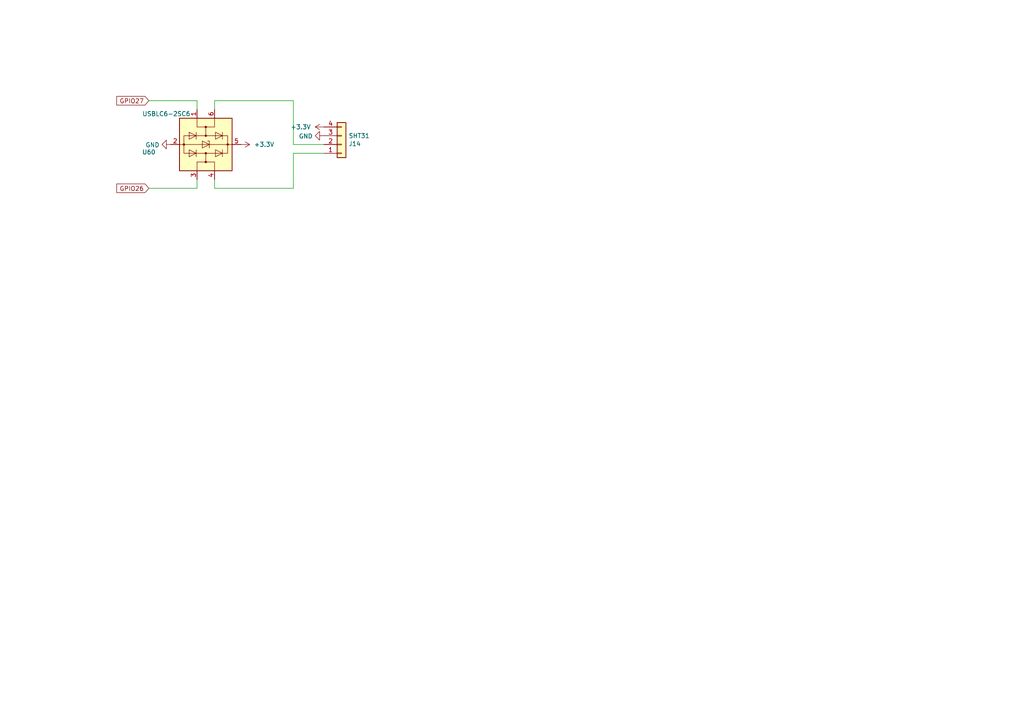
<source format=kicad_sch>
(kicad_sch (version 20230121) (generator eeschema)
  (paper "A4")
  (title_block (date "2024-03-28") (rev "V00.01"))
  (lib_symbols
    (symbol "Connector_Generic:Conn_01x04" (pin_names (offset 1.016) hide)
      (property "Reference" "J" (at 0 5.08 0))
      (property "Value" "Conn_01x04" (at 0 -7.62 0))
      (symbol "Conn_01x04_1_1"
        (rectangle (start -1.27 -4.953) (end 0 -5.207) (stroke (width 0.1524)))
        (rectangle (start -1.27 -2.413) (end 0 -2.667) (stroke (width 0.1524)))
        (rectangle (start -1.27 0.127) (end 0 -0.127) (stroke (width 0.1524)))
        (rectangle (start -1.27 2.667) (end 0 2.413) (stroke (width 0.1524)))
        (rectangle (start -1.27 3.81) (end 1.27 -6.35) (stroke (width 0.254)) (fill (type background)))
        (pin passive line (at -5.08 2.54 0) (length 3.81) (name "Pin_1") (number "1"))
        (pin passive line (at -5.08 0 0) (length 3.81) (name "Pin_2") (number "2"))
        (pin passive line (at -5.08 -2.54 0) (length 3.81) (name "Pin_3") (number "3"))
        (pin passive line (at -5.08 -5.08 0) (length 3.81) (name "Pin_4") (number "4"))
      )
    )
    (symbol "Power_Protection:USBLC6-2SC6" (pin_names hide)
      (property "Reference" "U" (at 2.54 8.89 0))
      (property "Value" "USBLC6-2SC6" (at 2.54 -8.89 0))
      (symbol "USBLC6-2SC6_0_1"
        (rectangle (start -7.62 -7.62) (end 7.62 7.62) (stroke (width 0.254)) (fill (type background)))
        (circle (center -5.08 0) (radius 0.254) (fill (type outline)))
        (circle (center -2.54 0) (radius 0.254) (fill (type outline)))
        (rectangle (start -2.54 6.35) (end 2.54 -6.35))
        (circle (center 0 -6.35) (radius 0.254) (fill (type outline)))
        (polyline (pts (xy -5.08 -2.54) (xy -7.62 -2.54)))
        (polyline (pts (xy -5.08 0) (xy -5.08 -2.54)))
        (polyline (pts (xy -5.08 2.54) (xy -7.62 2.54)))
        (polyline (pts (xy -1.524 -2.794) (xy -3.556 -2.794)))
        (polyline (pts (xy -1.524 4.826) (xy -3.556 4.826)))
        (polyline (pts (xy 0 -7.62) (xy 0 -6.35)))
        (polyline (pts (xy 0 -6.35) (xy 0 1.27)))
        (polyline (pts (xy 0 1.27) (xy 0 6.35)))
        (polyline (pts (xy 0 6.35) (xy 0 7.62)))
        (polyline (pts (xy 1.524 -2.794) (xy 3.556 -2.794)))
        (polyline (pts (xy 1.524 4.826) (xy 3.556 4.826)))
        (polyline (pts (xy 5.08 -2.54) (xy 7.62 -2.54)))
        (polyline (pts (xy 5.08 0) (xy 5.08 -2.54)))
        (polyline (pts (xy 5.08 2.54) (xy 7.62 2.54)))
        (polyline (pts (xy -2.54 0) (xy -5.08 0) (xy -5.08 2.54)))
        (polyline (pts (xy 2.54 0) (xy 5.08 0) (xy 5.08 2.54)))
        (polyline (pts (xy -3.556 -4.826) (xy -1.524 -4.826) (xy -2.54 -2.794) (xy -3.556 -4.826)))
        (polyline (pts (xy -3.556 2.794) (xy -1.524 2.794) (xy -2.54 4.826) (xy -3.556 2.794)))
        (polyline (pts (xy -1.016 -1.016) (xy 1.016 -1.016) (xy 0 1.016) (xy -1.016 -1.016)))
        (polyline (pts (xy 1.016 1.016) (xy 0.762 1.016) (xy -1.016 1.016) (xy -1.016 0.508)))
        (polyline (pts (xy 3.556 -4.826) (xy 1.524 -4.826) (xy 2.54 -2.794) (xy 3.556 -4.826)))
        (polyline (pts (xy 3.556 2.794) (xy 1.524 2.794) (xy 2.54 4.826) (xy 3.556 2.794)))
        (circle (center 0 6.35) (radius 0.254) (fill (type outline)))
        (circle (center 2.54 0) (radius 0.254) (fill (type outline)))
        (circle (center 5.08 0) (radius 0.254) (fill (type outline)))
      )
      (symbol "USBLC6-2SC6_1_1"
        (pin passive line (at -10.16 -2.54 0) (length 2.54) (name "I/O1") (number "1"))
        (pin passive line (at 0 -10.16 90) (length 2.54) (name "GND") (number "2"))
        (pin passive line (at 10.16 -2.54 180) (length 2.54) (name "I/O2") (number "3"))
        (pin passive line (at 10.16 2.54 180) (length 2.54) (name "I/O2") (number "4"))
        (pin passive line (at 0 10.16 270) (length 2.54) (name "VBUS") (number "5"))
        (pin passive line (at -10.16 2.54 0) (length 2.54) (name "I/O1") (number "6"))
      )
    )
    (symbol "power:+3.3V" (power) (pin_names (offset 0))
      (property "Value" "+3.3V" (at 0 3.556 0))
      (symbol "+3.3V_0_1"
        (polyline (pts (xy -0.762 1.27) (xy 0 2.54)))
        (polyline (pts (xy 0 0) (xy 0 2.54)))
        (polyline (pts (xy 0 2.54) (xy 0.762 1.27)))
      )
      (symbol "+3.3V_1_1"
        (pin power_in line (at 0 0 90) (length 0) hide (name "+3.3V") (number "1"))
      )
    )
    (symbol "power:GND" (power) (pin_names (offset 0))
      (property "Value" "GND" (at 0 -3.81 0))
      (symbol "GND_0_1"
        (polyline (pts (xy 0 0) (xy 0 -1.27) (xy 1.27 -1.27) (xy 0 -2.54) (xy -1.27 -1.27) (xy 0 -1.27)))
      )
      (symbol "GND_1_1"
        (pin power_in line (at 0 0 270) (length 0) hide (name "GND") (number "1"))
      )
    )
  )
  (wire (pts (xy 85.09 44.45) (xy 85.09 54.61)))
  (wire (pts (xy 57.15 29.21) (xy 57.15 31.75)))
  (wire (pts (xy 62.23 29.21) (xy 62.23 31.75)))
  (wire (pts (xy 85.09 29.21) (xy 85.09 41.91)))
  (wire (pts (xy 62.23 52.07) (xy 62.23 54.61)))
  (wire (pts (xy 43.18 29.21) (xy 57.15 29.21)))
  (wire (pts (xy 57.15 52.07) (xy 57.15 54.61)))
  (wire (pts (xy 62.23 29.21) (xy 85.09 29.21)))
  (wire (pts (xy 43.18 54.61) (xy 57.15 54.61)))
  (wire (pts (xy 85.09 44.45) (xy 93.98 44.45)))
  (wire (pts (xy 85.09 41.91) (xy 93.98 41.91)))
  (wire (pts (xy 62.23 54.61) (xy 85.09 54.61)))
  (global_label "GPIO26" (shape input) (at 43.18 54.61 180) (property "Intersheetrefs" "${INTERSHEET_REFS}" (effects hide)))
  (global_label "GPIO27" (shape input) (at 43.18 29.21 180) (property "Intersheetrefs" "${INTERSHEET_REFS}" (effects hide)))
  (symbol (lib_id "Power_Protection:USBLC6-2SC6") (at 59.69 41.91 270) (unit 1)
    (property "Reference" "U60" (at 43.18 44.1259 90))
    (property "Value" "USBLC6-2SC6" (at 48.26 33.02 90))
    (property "Footprint" "Package_TO_SOT_SMD:SOT-23-6" (effects hide))
    (property "Datasheet" "https://www.st.com/resource/en/datasheet/usblc6-2.pdf" (effects hide))
    (property "LCSC" "C2827654" (effects hide))
    (property "JLCPCB Rotation Offset" "90" (effects hide))
  )
  (symbol (lib_id "Connector_Generic:Conn_01x04") (at 99.06 41.91 0) (mirror x) (unit 1)
    (property "Reference" "J14" (at 101.092 41.7068 0) (effects (justify left)))
    (property "Value" "SHT31" (at 101.092 39.3954 0) (effects (justify left)))
    (property "Footprint" "DomsKiCADLib:Cixi_Kefa_KF128-2.54-4p" (effects hide))
    (property "LCSC" "C474922" (effects hide))
    (instances (project "TAS-UP1-Touch_BE" (path "" (reference "J14") (unit 1))) (project "LED-UP1-4x24V" (path "" (reference "J60") (unit 1))))
  )
  (symbol (lib_id "power:+3.3V") (at 93.98 36.83 90) (unit 1)
    (property "Reference" "#PWR03" (effects hide))
    (property "Value" "+3.3V" (at 90.17 36.83 90) (effects (justify left)))
    (instances (project "LED-UP1-4x24V" (path "" (reference "#PWR03") (unit 1)) (path "" (reference "#PWR061") (unit 1))))
  )
  (symbol (lib_id "power:GND") (at 93.98 39.37 270) (unit 1)
    (property "Reference" "#PWR0106" (effects hide))
    (property "Value" "GND" (at 90.7288 39.497 90) (effects (justify right)))
    (instances (project "TAS-UP1-Touch_BE" (path "" (reference "#PWR0106") (unit 1))) (project "LED-UP1-4x24V" (path "" (reference "#PWR062") (unit 1))))
  )
  (symbol (lib_id "power:GND") (at 49.53 41.91 270) (unit 1)
    (property "Reference" "#PWR0107" (effects hide))
    (property "Value" "GND" (at 46.2788 42.037 90) (effects (justify right)))
    (instances (project "TAS-UP1-Touch_BE" (path "" (reference "#PWR0107") (unit 1))) (project "LED-UP1-4x24V" (path "" (reference "#PWR064") (unit 1))))
  )
  (symbol (lib_id "power:+3.3V") (at 69.85 41.91 270) (unit 1)
    (property "Reference" "#PWR03" (effects hide))
    (property "Value" "+3.3V" (at 73.66 41.91 90) (effects (justify left)))
    (instances (project "LED-UP1-4x24V" (path "" (reference "#PWR03") (unit 1)) (path "" (reference "#PWR063") (unit 1))))
  )
)
</source>
